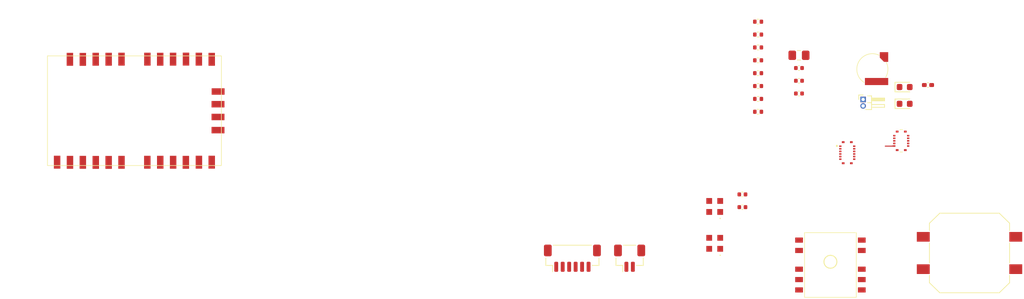
<source format=kicad_pcb>
(kicad_pcb (version 20240108) (generator "pcbnew") (generator_version "8.0")
  (layers (0 "F.Cu" signal) (31 "B.Cu" signal) (34 "B.Paste" user) (35 "F.Paste" user) (36 "B.SilkS" user "B.Silkscreen") (37 "F.SilkS" user "F.Silkscreen") (38 "B.Mask" user) (39 "F.Mask" user) (44 "Edge.Cuts" user))
  (net 0 "")
  (net 1 "GND")
  (net 2 "Net-(BT1-+)")
  (net 3 "+3.3V")
  (net 4 "Net-(Tarvos1-MODE_1)")
  (net 5 "Net-(D1-A)")
  (net 6 "Net-(D2-A)")
  (net 7 "swo")
  (net 8 "exti3{slash}pwmled")
  (net 9 "nrst")
  (net 10 "EXTI0")
  (net 11 "swdio")
  (net 12 "exti1")
  (net 13 "swclk")
  (net 14 "Net-(LED1-DOUT)")
  (net 20 "Net-(PA1010D1-TX)")
  (net 21 "Net-(PA1010D1-RX)")
  (net 23 "TX")
  (net 24 "Net-(Tarvos1-UTXD)")
  (net 25 "Net-(Tarvos1-URXD)")
  (net 26 "RX")
  (net 27 "Net-(Tarvos1-BOOT)")
  (net 28 "Net-(Tarvos1-TX_IND)")
  (net 29 "Net-(Tarvos1-RX_IND)")
  (net 30 "RX_GPS")
  (net 31 "TX_GPS")
  (footprint "Resistor_SMD:R_0402_1005Metric" (layer "F.Cu") (at 182.9475 69.265)
    (property "Reference" "R8" (hide yes))
    (property "Value" "470r" (hide yes))
    (fp_line (start -0.153641 -0.38) (end 0.153641 -0.38) (stroke (width 0.12)) (layer "F.SilkS"))
    (fp_line (start -0.153641 0.38) (end 0.153641 0.38) (stroke (width 0.12)) (layer "F.SilkS"))
    (pad "1" smd roundrect (at -0.51 0) (size 0.54 0.64) (layers "F.Cu" "F.Paste" "F.Mask") (net 31 "TX_GPS"))
    (pad "2" smd roundrect (at 0.51 0) (size 0.54 0.64) (layers "F.Cu" "F.Paste" "F.Mask") (net 20 "Net-(PA1010D1-TX)"))
  )
  (footprint "Capacitor_SMD:C_0402_1005Metric" (layer "F.Cu") (at 189.2675 66.44)
    (property "Reference" "C4" (hide yes))
    (property "Value" "1u" (hide yes))
    (fp_line (start -0.107836 -0.36) (end 0.107836 -0.36) (stroke (width 0.12)) (layer "F.SilkS"))
    (fp_line (start -0.107836 0.36) (end 0.107836 0.36) (stroke (width 0.12)) (layer "F.SilkS"))
    (pad "1" smd roundrect (at -0.48 0) (size 0.56 0.62) (layers "F.Cu" "F.Paste" "F.Mask") (net 3 "+3.3V"))
    (pad "2" smd roundrect (at 0.48 0) (size 0.56 0.62) (layers "F.Cu" "F.Paste" "F.Mask") (net 1 "GND"))
  )
  (footprint "5035521222:5035521222" (layer "F.Cu") (at 196.735 75.59 -90)
    (property "Reference" "J2" (hide yes))
    (property "Value" "503552-1222" (hide yes))
    (fp_line (start -1.1 1.6) (end -1.1 1.6) (stroke (width 0.2)) (layer "F.SilkS"))
    (fp_line (start -1.1 1.6) (end -1.1 1.6) (stroke (width 0.2)) (layer "F.SilkS"))
    (fp_line (start -1 1.6) (end -1 1.6) (stroke (width 0.2)) (layer "F.SilkS"))
    (fp_arc (start -1.1 1.6) (mid -1.05 1.55) (end -1 1.6) (stroke (width 0.2)) (layer "F.SilkS"))
    (fp_arc (start -1 1.6) (mid -1.05 1.65) (end -1.1 1.6) (stroke (width 0.2)) (layer "F.SilkS"))
    (fp_arc (start -1 1.6) (mid -1.05 1.65) (end -1.1 1.6) (stroke (width 0.2)) (layer "F.SilkS"))
    (pad "1" smd rect (at -1 1.075 270) (size 0.24 0.35) (layers "F.Cu" "F.Paste" "F.Mask") (net 31 "TX_GPS"))
    (pad "2" smd rect (at -1 -1.075 270) (size 0.24 0.35) (layers "F.Cu" "F.Paste" "F.Mask") (net 23 "TX"))
    (pad "3" smd rect (at -0.6 1.075 270) (size 0.24 0.35) (layers "F.Cu" "F.Paste" "F.Mask") (net 1 "GND"))
    (pad "4" smd rect (at -0.6 -1.075 270) (size 0.24 0.35) (layers "F.Cu" "F.Paste" "F.Mask") (net 1 "GND"))
    (pad "5" smd rect (at -0.2 1.075 270) (size 0.24 0.35) (layers "F.Cu" "F.Paste" "F.Mask") (net 30 "RX_GPS"))
    (pad "6" smd rect (at -0.2 -1.075 270) (size 0.24 0.35) (layers "F.Cu" "F.Paste" "F.Mask") (net 26 "RX"))
    (pad "7" smd rect (at 0.2 1.075 270) (size 0.24 0.35) (layers "F.Cu" "F.Paste" "F.Mask") (net 1 "GND"))
    (pad "8" smd rect (at 0.2 -1.075 270) (size 0.24 0.35) (layers "F.Cu" "F.Paste" "F.Mask") (net 1 "GND"))
    (pad "9" smd rect (at 0.6 1.075 270) (size 0.24 0.35) (layers "F.Cu" "F.Paste" "F.Mask") (net 3 "+3.3V"))
    (pad "10" smd rect (at 0.6 -1.075 270) (size 0.24 0.35) (layers "F.Cu" "F.Paste" "F.Mask") (net 3 "+3.3V"))
    (pad "11" smd rect (at 1 1.075 270) (size 0.24 0.35) (layers "F.Cu" "F.Paste" "F.Mask") (net 3 "+3.3V"))
    (pad "12" smd rect (at 1 -1.075 270) (size 0.24 0.35) (layers "F.Cu" "F.Paste" "F.Mask") (net 3 "+3.3V"))
    (pad "MP1" smd rect (at -1.63 0.63 270) (size 0.3 0.42) (layers "F.Cu" "F.Paste" "F.Mask") (net 1 "GND"))
    (pad "MP2" smd rect (at -1.63 -0.63 270) (size 0.3 0.42) (layers "F.Cu" "F.Paste" "F.Mask") (net 1 "GND"))
    (pad "MP3" smd rect (at 1.63 0.63 270) (size 0.3 0.42) (layers "F.Cu" "F.Paste" "F.Mask") (net 1 "GND"))
    (pad "MP4" smd rect (at 1.63 -0.63 270) (size 0.3 0.42) (layers "F.Cu" "F.Paste" "F.Mask") (net 1 "GND"))
  )
  (footprint "Capacitor_SMD:C_0402_1005Metric" (layer "F.Cu") (at 180.52 84.01)
    (property "Reference" "C7" (hide yes))
    (property "Value" "100n" (hide yes))
    (fp_line (start -0.107836 -0.36) (end 0.107836 -0.36) (stroke (width 0.12)) (layer "F.SilkS"))
    (fp_line (start -0.107836 0.36) (end 0.107836 0.36) (stroke (width 0.12)) (layer "F.SilkS"))
    (pad "1" smd roundrect (at -0.48 0) (size 0.56 0.62) (layers "F.Cu" "F.Paste" "F.Mask") (net 3 "+3.3V"))
    (pad "2" smd roundrect (at 0.48 0) (size 0.56 0.62) (layers "F.Cu" "F.Paste" "F.Mask") (net 1 "GND"))
  )
  (footprint "Capacitor_SMD:C_0402_1005Metric_Pad0.74x0.62mm_HandSolder" (layer "F.Cu") (at 209.2175 65.13)
    (property "Reference" "C5" (hide yes))
    (property "Value" "1u" (hide yes))
    (fp_line (start -0.115835 -0.36) (end 0.115835 -0.36) (stroke (width 0.12)) (layer "F.SilkS"))
    (fp_line (start -0.115835 0.36) (end 0.115835 0.36) (stroke (width 0.12)) (layer "F.SilkS"))
    (pad "1" smd roundrect (at -0.5675 0) (size 0.735 0.62) (layers "F.Cu" "F.Paste" "F.Mask") (net 2 "Net-(BT1-+)"))
    (pad "2" smd roundrect (at 0.5675 0) (size 0.735 0.62) (layers "F.Cu" "F.Paste" "F.Mask") (net 1 "GND"))
  )
  (footprint "Resistor_SMD:R_0402_1005Metric" (layer "F.Cu") (at 182.9475 63.295)
    (property "Reference" "R5" (hide yes))
    (property "Value" "220" (hide yes))
    (fp_line (start -0.153641 -0.38) (end 0.153641 -0.38) (stroke (width 0.12)) (layer "F.SilkS"))
    (fp_line (start -0.153641 0.38) (end 0.153641 0.38) (stroke (width 0.12)) (layer "F.SilkS"))
    (pad "1" smd roundrect (at -0.51 0) (size 0.54 0.64) (layers "F.Cu" "F.Paste" "F.Mask") (net 29 "Net-(Tarvos1-RX_IND)"))
    (pad "2" smd roundrect (at 0.51 0) (size 0.54 0.64) (layers "F.Cu" "F.Paste" "F.Mask") (net 6 "Net-(D2-A)"))
  )
  (footprint "Button_Switch_SMD:SW_Push_1P1T_NO_CK_PTS125Sx43PSMTR" (layer "F.Cu") (at 215.64 91.1)
    (property "Reference" "SW2" (hide yes))
    (property "Value" "SW_Push" (hide yes))
    (fp_line (start -6.2 -4.6) (end -4.6 -6.15) (stroke (width 0.12)) (layer "F.SilkS"))
    (fp_line (start -6.2 -3.45) (end -6.2 -4.6) (stroke (width 0.12)) (layer "F.SilkS"))
    (fp_line (start -6.2 -1.55) (end -6.2 1.55) (stroke (width 0.12)) (layer "F.SilkS"))
    (fp_line (start -6.2 3.45) (end -6.2 4.6) (stroke (width 0.12)) (layer "F.SilkS"))
    (fp_line (start -6.2 4.6) (end -4.6 6.15) (stroke (width 0.12)) (layer "F.SilkS"))
    (fp_line (start -4.6 -6.15) (end 4.6 -6.15) (stroke (width 0.12)) (layer "F.SilkS"))
    (fp_line (start -4.6 6.15) (end 4.6 6.15) (stroke (width 0.12)) (layer "F.SilkS"))
    (fp_line (start 4.6 -6.15) (end 6.2 -4.6) (stroke (width 0.12)) (layer "F.SilkS"))
    (fp_line (start 4.6 6.15) (end 6.2 4.6) (stroke (width 0.12)) (layer "F.SilkS"))
    (fp_line (start 6.2 -3.45) (end 6.2 -4.6) (stroke (width 0.12)) (layer "F.SilkS"))
    (fp_line (start 6.2 -1.55) (end 6.2 1.55) (stroke (width 0.12)) (layer "F.SilkS"))
    (fp_line (start 6.2 3.45) (end 6.2 4.6) (stroke (width 0.12)) (layer "F.SilkS"))
    (pad "" np_thru_hole circle (at 0 -4.5) (size 2 2) (drill 2) (layers "*.Cu" "*.Mask"))
    (pad "" np_thru_hole circle (at 0 4.5) (size 2 2) (drill 2) (layers "*.Cu" "*.Mask"))
    (pad "1" smd rect (at -7.15 -2.5) (size 2 1.5) (layers "F.Cu" "F.Paste" "F.Mask") (net 3 "+3.3V"))
    (pad "1" smd rect (at 7.15 -2.5) (size 2 1.5) (layers "F.Cu" "F.Paste" "F.Mask") (net 3 "+3.3V"))
    (pad "2" smd rect (at -7.15 2.5) (size 2 1.5) (layers "F.Cu" "F.Paste" "F.Mask") (net 10 "EXTI0"))
    (pad "2" smd rect (at 7.15 2.5) (size 2 1.5) (layers "F.Cu" "F.Paste" "F.Mask") (net 10 "EXTI0"))
  )
  (footprint "pa1010d:PA1010D" (layer "F.Cu") (at 189.13 97.96)
    (property "Reference" "PA1010D1" (hide yes))
    (property "Value" "~" (hide yes))
    (fp_rect (start 1 0) (end 9 -10) (stroke (width 0.1)) (fill none) (layer "F.SilkS"))
    (fp_circle (center 5 -5.5) (end 6 -5.5) (stroke (width 0.15)) (fill none) (layer "F.SilkS"))
    (pad "" np_thru_hole circle (at 5 -5.5) (size 1.6 1.6) (drill 1.6) (layers "F&B.Cu" "*.Mask"))
    (pad "1" smd rect (at 0.15 -8.85) (size 1.2 0.8) (layers "F.Cu" "F.Paste" "F.Mask"))
    (pad "2" smd rect (at 0.15 -7.25) (size 1.2 0.8) (layers "F.Cu" "F.Paste" "F.Mask"))
    (pad "3" smd rect (at 0.15 -4.35) (size 1.2 0.8) (layers "F.Cu" "F.Paste" "F.Mask"))
    (pad "4" smd rect (at 0.15 -2.75) (size 1.2 0.8) (layers "F.Cu" "F.Paste" "F.Mask") (net 20 "Net-(PA1010D1-TX)"))
    (pad "5" smd rect (at 0.15 -1.15) (size 1.2 0.8) (layers "F.Cu" "F.Paste" "F.Mask") (net 21 "Net-(PA1010D1-RX)"))
    (pad "6" smd rect (at 9.85 -1.15) (size 1.2 0.8) (layers "F.Cu" "F.Paste" "F.Mask"))
    (pad "7" smd rect (at 9.85 -2.75) (size 1.2 0.8) (layers "F.Cu" "F.Paste" "F.Mask") (net 1 "GND"))
    (pad "8" smd rect (at 9.85 -4.35) (size 1.2 0.8) (layers "F.Cu" "F.Paste" "F.Mask"))
    (pad "9" smd rect (at 9.85 -7.25) (size 1.2 0.8) (layers "F.Cu" "F.Paste" "F.Mask") (net 2 "Net-(BT1-+)"))
    (pad "10" smd rect (at 9.85 -8.85) (size 1.2 0.8) (layers "F.Cu" "F.Paste" "F.Mask") (net 3 "+3.3V"))
  )
  (footprint "5035521022:5035521022" (layer "F.Cu") (at 205.08 73.76 90)
    (property "Reference" "J1" (hide yes))
    (property "Value" "503552-1022" (hide yes))
    (fp_line (start 1.73 -0.2) (end 1.73 0.2) (stroke (width 0.1)) (layer "F.SilkS"))
    (fp_line (start -1.73 -0.2) (end -1.73 0.2) (stroke (width 0.1)) (layer "F.SilkS"))
    (pad "1" smd rect (at -0.8 -1.075 90) (size 0.24 0.35) (layers "F.Cu" "F.Paste" "F.Mask") (net 1 "GND"))
    (pad "2" smd rect (at -0.4 -1.075 90) (size 0.24 0.35) (layers "F.Cu" "F.Paste" "F.Mask") (net 9 "nrst"))
    (pad "3" smd rect (at 0 -1.075 90) (size 0.24 0.35) (layers "F.Cu" "F.Paste" "F.Mask") (net 11 "swdio"))
    (pad "4" smd rect (at 0.4 -1.075 90) (size 0.24 0.35) (layers "F.Cu" "F.Paste" "F.Mask") (net 13 "swclk"))
    (pad "5" smd rect (at 0.8 -1.075 90) (size 0.24 0.35) (layers "F.Cu" "F.Paste" "F.Mask") (net 7 "swo"))
    (pad "6" smd rect (at -0.8 1.075 90) (size 0.24 0.35) (layers "F.Cu" "F.Paste" "F.Mask") (net 12 "exti1"))
    (pad "7" smd rect (at -0.4 1.075 90) (size 0.24 0.35) (layers "F.Cu" "F.Paste" "F.Mask") (net 8 "exti3{slash}pwmled"))
    (pad "8" smd rect (at 0 1.075 90) (size 0.24 0.35) (layers "F.Cu" "F.Paste" "F.Mask") (net 1 "GND"))
    (pad "9" smd rect (at 0.4 1.075 90) (size 0.24 0.35) (layers "F.Cu" "F.Paste" "F.Mask") (net 3 "+3.3V"))
    (pad "10" smd rect (at 0.8 1.075 90) (size 0.24 0.35) (layers "F.Cu" "F.Paste" "F.Mask") (net 10 "EXTI0"))
    (pad "MP1" smd rect (at -1.43 -0.63 90) (size 0.3 0.42) (layers "F.Cu" "F.Paste" "F.Mask") (net 1 "GND"))
    (pad "MP2" smd rect (at 1.43 -0.63 90) (size 0.3 0.42) (layers "F.Cu" "F.Paste" "F.Mask") (net 1 "GND"))
    (pad "MP3" smd rect (at -1.43 0.63 90) (size 0.3 0.42) (layers "F.Cu" "F.Paste" "F.Mask") (net 1 "GND"))
    (pad "MP4" smd rect (at 1.43 0.63 90) (size 0.3 0.42) (layers "F.Cu" "F.Paste" "F.Mask") (net 1 "GND"))
  )
  (footprint "Capacitor_SMD:C_0805_2012Metric_Pad1.18x1.45mm_HandSolder" (layer "F.Cu") (at 189.2675 60.53)
    (property "Reference" "C1" (hide yes))
    (property "Value" "100u" (hide yes))
    (fp_line (start -0.261252 -0.735) (end 0.261252 -0.735) (stroke (width 0.12)) (layer "F.SilkS"))
    (fp_line (start -0.261252 0.735) (end 0.261252 0.735) (stroke (width 0.12)) (layer "F.SilkS"))
    (pad "1" smd roundrect (at -1.0375 0) (size 1.175 1.45) (layers "F.Cu" "F.Paste" "F.Mask") (roundrect_rratio 0.212766) (net 3 "+3.3V"))
    (pad "2" smd roundrect (at 1.0375 0) (size 1.175 1.45) (layers "F.Cu" "F.Paste" "F.Mask") (roundrect_rratio 0.212766) (net 1 "GND"))
  )
  (footprint "led adressable:5871024147F" (layer "F.Cu") (at 176.235 83.905)
    (property "Reference" "LED1" (hide yes))
    (property "Value" "587-1024-147F" (hide yes))
    (fp_line (start 0.85 1.8) (end 0.85 1.8) (stroke (width 0.1)) (layer "F.SilkS"))
    (fp_line (start 0.85 1.9) (end 0.85 1.9) (stroke (width 0.1)) (layer "F.SilkS"))
    (fp_arc (start 0.85 1.8) (mid 0.9 1.85) (end 0.85 1.9) (stroke (width 0.1)) (layer "F.SilkS"))
    (fp_arc (start 0.85 1.9) (mid 0.8 1.85) (end 0.85 1.8) (stroke (width 0.1)) (layer "F.SilkS"))
    (pad "1" smd rect (at 0.85 0.85 90) (size 0.9 0.9) (layers "F.Cu" "F.Paste" "F.Mask") (net 14 "Net-(LED1-DOUT)"))
    (pad "2" smd rect (at -0.85 0.85 90) (size 0.9 0.9) (layers "F.Cu" "F.Paste" "F.Mask") (net 3 "+3.3V"))
    (pad "3" smd rect (at -0.85 -0.85 90) (size 0.9 0.9) (layers "F.Cu" "F.Paste" "F.Mask") (net 8 "exti3{slash}pwmled"))
    (pad "4" smd rect (at 0.85 -0.85 90) (size 0.9 0.9) (layers "F.Cu" "F.Paste" "F.Mask") (net 1 "GND"))
  )
  (footprint "ms414:MS421R-IV03E" (layer "F.Cu") (at 199.515518 65.085)
    (property "Reference" "BT1" (hide yes))
    (property "Value" "ML414S" (hide yes))
    (fp_arc (start -0.17 -0.360001) (mid -1.000212 -3.567736) (end 2.162624 -4.555302) (stroke (width 0.1)) (layer "F.SilkS"))
    (fp_arc (start 3.257497 -3.453662) (mid 3.498431 -2.28808) (end 3.15 -1.15) (stroke (width 0.1)) (layer "F.SilkS"))
    (pad "1" smd roundrect (at 2.9 -4.29) (size 1.3 1.5) (layers "F.Cu" "F.Paste" "F.Mask") (roundrect_rratio 0) (chamfer_ratio 0.5) (chamfer bottom_left) (net 2 "Net-(BT1-+)"))
    (pad "2" smd rect (at 1.75 -0.5) (size 3.6 1.1) (layers "F.Cu" "F.Paste" "F.Mask") (net 1 "GND"))
  )
  (footprint "Resistor_SMD:R_0402_1005Metric" (layer "F.Cu") (at 182.9475 57.325)
    (property "Reference" "R2" (hide yes))
    (property "Value" "1k" (hide yes))
    (fp_line (start -0.153641 -0.38) (end 0.153641 -0.38) (stroke (width 0.12)) (layer "F.SilkS"))
    (fp_line (start -0.153641 0.38) (end 0.153641 0.38) (stroke (width 0.12)) (layer "F.SilkS"))
    (pad "1" smd roundrect (at -0.51 0) (size 0.54 0.64) (layers "F.Cu" "F.Paste" "F.Mask") (net 26 "RX"))
    (pad "2" smd roundrect (at 0.51 0) (size 0.54 0.64) (layers "F.Cu" "F.Paste" "F.Mask") (net 25 "Net-(Tarvos1-URXD)"))
  )
  (footprint "Resistor_SMD:R_0402_1005Metric" (layer "F.Cu") (at 182.9475 67.275)
    (property "Reference" "R7" (hide yes))
    (property "Value" "470R" (hide yes))
    (fp_line (start -0.153641 -0.38) (end 0.153641 -0.38) (stroke (width 0.12)) (layer "F.SilkS"))
    (fp_line (start -0.153641 0.38) (end 0.153641 0.38) (stroke (width 0.12)) (layer "F.SilkS"))
    (pad "1" smd roundrect (at -0.51 0) (size 0.54 0.64) (layers "F.Cu" "F.Paste" "F.Mask") (net 30 "RX_GPS"))
    (pad "2" smd roundrect (at 0.51 0) (size 0.54 0.64) (layers "F.Cu" "F.Paste" "F.Mask") (net 21 "Net-(PA1010D1-RX)"))
  )
  (footprint "LED_SMD:LED_0603_1608Metric" (layer "F.Cu") (at 205.6075 68.03)
    (property "Reference" "D2" (hide yes))
    (property "Value" "LED_Small" (hide yes))
    (fp_line (start -1.485 -0.735) (end -1.485 0.735) (stroke (width 0.12)) (layer "F.SilkS"))
    (fp_line (start -1.485 0.735) (end 0.8 0.735) (stroke (width 0.12)) (layer "F.SilkS"))
    (fp_line (start 0.8 -0.735) (end -1.485 -0.735) (stroke (width 0.12)) (layer "F.SilkS"))
    (pad "1" smd roundrect (at -0.7875 0) (size 0.875 0.95) (layers "F.Cu" "F.Paste" "F.Mask") (net 1 "GND"))
    (pad "2" smd roundrect (at 0.7875 0) (size 0.875 0.95) (layers "F.Cu" "F.Paste" "F.Mask") (net 6 "Net-(D2-A)"))
  )
  (footprint "Capacitor_SMD:C_0402_1005Metric" (layer "F.Cu") (at 180.52 82.04)
    (property "Reference" "C6" (hide yes))
    (property "Value" "100n" (hide yes))
    (fp_line (start -0.107836 -0.36) (end 0.107836 -0.36) (stroke (width 0.12)) (layer "F.SilkS"))
    (fp_line (start -0.107836 0.36) (end 0.107836 0.36) (stroke (width 0.12)) (layer "F.SilkS"))
    (pad "1" smd roundrect (at -0.48 0) (size 0.56 0.62) (layers "F.Cu" "F.Paste" "F.Mask") (net 3 "+3.3V"))
    (pad "2" smd roundrect (at 0.48 0) (size 0.56 0.62) (layers "F.Cu" "F.Paste" "F.Mask") (net 1 "GND"))
  )
  (footprint "LED_SMD:LED_0603_1608Metric" (layer "F.Cu") (at 205.6075 65.44)
    (property "Reference" "D1" (hide yes))
    (property "Value" "LED_Small" (hide yes))
    (fp_line (start -1.485 -0.735) (end -1.485 0.735) (stroke (width 0.12)) (layer "F.SilkS"))
    (fp_line (start -1.485 0.735) (end 0.8 0.735) (stroke (width 0.12)) (layer "F.SilkS"))
    (fp_line (start 0.8 -0.735) (end -1.485 -0.735) (stroke (width 0.12)) (layer "F.SilkS"))
    (pad "1" smd roundrect (at -0.7875 0) (size 0.875 0.95) (layers "F.Cu" "F.Paste" "F.Mask") (net 1 "GND"))
    (pad "2" smd roundrect (at 0.7875 0) (size 0.875 0.95) (layers "F.Cu" "F.Paste" "F.Mask") (net 5 "Net-(D1-A)"))
  )
  (footprint "Capacitor_SMD:C_0402_1005Metric" (layer "F.Cu") (at 189.2675 64.47)
    (property "Reference" "C3" (hide yes))
    (property "Value" "100n" (hide yes))
    (fp_line (start -0.107836 -0.36) (end 0.107836 -0.36) (stroke (width 0.12)) (layer "F.SilkS"))
    (fp_line (start -0.107836 0.36) (end 0.107836 0.36) (stroke (width 0.12)) (layer "F.SilkS"))
    (pad "1" smd roundrect (at -0.48 0) (size 0.56 0.62) (layers "F.Cu" "F.Paste" "F.Mask") (net 3 "+3.3V"))
    (pad "2" smd roundrect (at 0.48 0) (size 0.56 0.62) (layers "F.Cu" "F.Paste" "F.Mask") (net 1 "GND"))
  )
  (footprint "Resistor_SMD:R_0402_1005Metric" (layer "F.Cu") (at 182.9475 55.335)
    (property "Reference" "R1" (hide yes))
    (property "Value" "1k" (hide yes))
    (fp_line (start -0.153641 -0.38) (end 0.153641 -0.38) (stroke (width 0.12)) (layer "F.SilkS"))
    (fp_line (start -0.153641 0.38) (end 0.153641 0.38) (stroke (width 0.12)) (layer "F.SilkS"))
    (pad "1" smd roundrect (at -0.51 0) (size 0.54 0.64) (layers "F.Cu" "F.Paste" "F.Mask") (net 23 "TX"))
    (pad "2" smd roundrect (at 0.51 0) (size 0.54 0.64) (layers "F.Cu" "F.Paste" "F.Mask") (net 24 "Net-(Tarvos1-UTXD)"))
  )
  (footprint "Connector_JST:JST_SH_BM02B-SRSS-TB_1x02-1MP_P1.00mm_Vertical" (layer "F.Cu") (at 163.08 91.91)
    (property "Reference" "U2" (hide yes))
    (property "Value" "~" (hide yes))
    (fp_line (start -2.11 -0.04) (end -2.11 1.11) (stroke (width 0.12)) (layer "F.SilkS"))
    (fp_line (start -2.11 1.11) (end -1.06 1.11) (stroke (width 0.12)) (layer "F.SilkS"))
    (fp_line (start -1.06 1.11) (end -1.06 2.1) (stroke (width 0.12)) (layer "F.SilkS"))
    (fp_line (start -0.94 -2.01) (end 0.94 -2.01) (stroke (width 0.12)) (layer "F.SilkS"))
    (fp_line (start 2.11 -0.04) (end 2.11 1.11) (stroke (width 0.12)) (layer "F.SilkS"))
    (fp_line (start 2.11 1.11) (end 1.06 1.11) (stroke (width 0.12)) (layer "F.SilkS"))
    (pad "1" smd roundrect (at -0.5 1.325) (size 0.6 1.55) (layers "F.Cu" "F.Paste" "F.Mask"))
    (pad "2" smd roundrect (at 0.5 1.325) (size 0.6 1.55) (layers "F.Cu" "F.Paste" "F.Mask"))
    (pad "MP" smd roundrect (at -1.8 -1.2) (size 1.2 1.8) (layers "F.Cu" "F.Paste" "F.Mask") (roundrect_rratio 0.208333))
    (pad "MP" smd roundrect (at 1.8 -1.2) (size 1.2 1.8) (layers "F.Cu" "F.Paste" "F.Mask") (roundrect_rratio 0.208333))
  )
  (footprint "Connector_PinHeader_1.00mm:PinHeader_1x02_P1.00mm_Horizontal" (layer "F.Cu") (at 199.1875 67.36)
    (property "Reference" "SW1" (hide yes))
    (property "Value" "SW_Push" (hide yes))
    (fp_line (start -0.685 -0.685) (end 0 -0.685) (stroke (width 0.12)) (layer "F.SilkS"))
    (fp_line (start -0.685 0) (end -0.685 -0.685) (stroke (width 0.12)) (layer "F.SilkS"))
    (fp_line (start 0.685 -0.56) (end 1.31 -0.56) (stroke (width 0.12)) (layer "F.SilkS"))
    (fp_line (start 0.685 0.5) (end 1.31 0.5) (stroke (width 0.12)) (layer "F.SilkS"))
    (fp_line (start 1.31 -0.56) (end 1.31 1.56) (stroke (width 0.12)) (layer "F.SilkS"))
    (fp_line (start 1.31 -0.21) (end 3.31 -0.21) (stroke (width 0.12)) (layer "F.SilkS"))
    (fp_line (start 1.31 -0.15) (end 3.31 -0.15) (stroke (width 0.12)) (layer "F.SilkS"))
    (fp_line (start 1.31 -0.03) (end 3.31 -0.03) (stroke (width 0.12)) (layer "F.SilkS"))
    (fp_line (start 1.31 0.09) (end 3.31 0.09) (stroke (width 0.12)) (layer "F.SilkS"))
    (fp_line (start 1.31 0.79) (end 3.31 0.79) (stroke (width 0.12)) (layer "F.SilkS"))
    (fp_line (start 1.31 1.56) (end 0.394493 1.56) (stroke (width 0.12)) (layer "F.SilkS"))
    (fp_line (start 3.31 -0.21) (end 3.31 0.21) (stroke (width 0.12)) (layer "F.SilkS"))
    (fp_line (start 3.31 0.21) (end 1.31 0.21) (stroke (width 0.12)) (layer "F.SilkS"))
    (fp_line (start 3.31 0.79) (end 3.31 1.21) (stroke (width 0.12)) (layer "F.SilkS"))
    (fp_line (start 3.31 1.21) (end 1.31 1.21) (stroke (width 0.12)) (layer "F.SilkS"))
    (pad "1" thru_hole rect (at 0 0) (size 0.85 0.85) (drill 0.5) (layers "*.Cu" "*.Mask") (net 4 "Net-(Tarvos1-MODE_1)"))
    (pad "2" thru_hole oval (at 0 1) (size 0.85 0.85) (drill 0.5) (layers "*.Cu" "*.Mask") (net 3 "+3.3V"))
  )
  (footprint "Capacitor_SMD:C_0402_1005Metric" (layer "F.Cu") (at 189.2675 62.5)
    (property "Reference" "C2" (hide yes))
    (property "Value" "10n" (hide yes))
    (fp_line (start -0.107836 -0.36) (end 0.107836 -0.36) (stroke (width 0.12)) (layer "F.SilkS"))
    (fp_line (start -0.107836 0.36) (end 0.107836 0.36) (stroke (width 0.12)) (layer "F.SilkS"))
    (pad "1" smd roundrect (at -0.48 0) (size 0.56 0.62) (layers "F.Cu" "F.Paste" "F.Mask") (net 4 "Net-(Tarvos1-MODE_1)"))
    (pad "2" smd roundrect (at 0.48 0) (size 0.56 0.62) (layers "F.Cu" "F.Paste" "F.Mask") (net 1 "GND"))
  )
  (footprint "Resistor_SMD:R_0402_1005Metric" (layer "F.Cu") (at 182.9475 65.285)
    (property "Reference" "R6" (hide yes))
    (property "Value" "10k" (hide yes))
    (fp_line (start -0.153641 -0.38) (end 0.153641 -0.38) (stroke (width 0.12)) (layer "F.SilkS"))
    (fp_line (start -0.153641 0.38) (end 0.153641 0.38) (stroke (width 0.12)) (layer "F.SilkS"))
    (pad "1" smd roundrect (at -0.51 0) (size 0.54 0.64) (layers "F.Cu" "F.Paste" "F.Mask") (net 1 "GND"))
    (pad "2" smd roundrect (at 0.51 0) (size 0.54 0.64) (layers "F.Cu" "F.Paste" "F.Mask") (net 4 "Net-(Tarvos1-MODE_1)"))
  )
  (footprint "led adressable:5871024147F" (layer "F.Cu") (at 176.235 89.605)
    (property "Reference" "LED2" (hide yes))
    (property "Value" "587-1024-147F" (hide yes))
    (fp_line (start 0.85 1.8) (end 0.85 1.8) (stroke (width 0.1)) (layer "F.SilkS"))
    (fp_line (start 0.85 1.9) (end 0.85 1.9) (stroke (width 0.1)) (layer "F.SilkS"))
    (fp_arc (start 0.85 1.8) (mid 0.9 1.85) (end 0.85 1.9) (stroke (width 0.1)) (layer "F.SilkS"))
    (fp_arc (start 0.85 1.9) (mid 0.8 1.85) (end 0.85 1.8) (stroke (width 0.1)) (layer "F.SilkS"))
    (pad "1" smd rect (at 0.85 0.85 90) (size 0.9 0.9) (layers "F.Cu" "F.Paste" "F.Mask"))
    (pad "2" smd rect (at -0.85 0.85 90) (size 0.9 0.9) (layers "F.Cu" "F.Paste" "F.Mask") (net 3 "+3.3V"))
    (pad "3" smd rect (at -0.85 -0.85 90) (size 0.9 0.9) (layers "F.Cu" "F.Paste" "F.Mask") (net 14 "Net-(LED1-DOUT)"))
    (pad "4" smd rect (at 0.85 -0.85 90) (size 0.9 0.9) (layers "F.Cu" "F.Paste" "F.Mask") (net 1 "GND"))
  )
  (footprint "tarvosiii:Tarvos III" (layer "F.Cu") (at 90.37 52.23)
    (property "Reference" "Tarvos1" (hide yes))
    (property "Value" "~" (hide yes))
    (fp_rect (start -17.31 8.39) (end 9.58 25.35) (stroke (width 0.1)) (fill none) (layer "F.SilkS"))
    (pad "1" smd rect (at -15.82 24.83) (size 1 2) (layers "F.Cu" "F.Paste" "F.Mask"))
    (pad "2" smd rect (at -13.83 24.85) (size 1 2) (layers "F.Cu" "F.Paste" "F.Mask") (net 1 "GND"))
    (pad "3" smd rect (at -11.84 24.85) (size 1 2) (layers "F.Cu" "F.Paste" "F.Mask") (net 3 "+3.3V"))
    (pad "4" smd rect (at -9.84 24.86) (size 1 2) (layers "F.Cu" "F.Paste" "F.Mask") (net 24 "Net-(Tarvos1-UTXD)"))
    (pad "5" smd rect (at -7.85 24.86) (size 1 2) (layers "F.Cu" "F.Paste" "F.Mask") (net 25 "Net-(Tarvos1-URXD)"))
    (pad "6" smd rect (at -5.86 24.85) (size 1 2) (layers "F.Cu" "F.Paste" "F.Mask"))
    (pad "7" smd rect (at -1.87 24.84) (size 1 2) (layers "F.Cu" "F.Paste" "F.Mask"))
    (pad "8" smd rect (at 0.13 24.84) (size 1 2) (layers "F.Cu" "F.Paste" "F.Mask"))
    (pad "9" smd rect (at 2.12 24.84) (size 1 2) (layers "F.Cu" "F.Paste" "F.Mask"))
    (pad "10" smd rect (at 4.09 24.85) (size 1 2) (layers "F.Cu" "F.Paste" "F.Mask"))
    (pad "11" smd rect (at 6.11 24.83) (size 1 2) (layers "F.Cu" "F.Paste" "F.Mask"))
    (pad "12" smd rect (at 8.09 24.83) (size 1 2) (layers "F.Cu" "F.Paste" "F.Mask") (net 27 "Net-(Tarvos1-BOOT)"))
    (pad "13" smd rect (at 8.09 8.92) (size 1 2) (layers "F.Cu" "F.Paste" "F.Mask"))
    (pad "14" smd rect (at 6.1 8.9) (size 1 2) (layers "F.Cu" "F.Paste" "F.Mask") (net 1 "GND"))
    (pad "15" smd rect (at 4.11 8.89) (size 1 2) (layers "F.Cu" "F.Paste" "F.Mask") (net 4 "Net-(Tarvos1-MODE_1)"))
    (pad "16" smd rect (at 2.11 8.9) (size 1 2) (layers "F.Cu" "F.Paste" "F.Mask"))
    (pad "17" smd rect (at 0.12 8.91) (size 1 2) (layers "F.Cu" "F.Paste" "F.Mask"))
    (pad "18" smd rect (at -1.86 8.9) (size 1 2) (layers "F.Cu" "F.Paste" "F.Mask"))
    (pad "19" smd rect (at -5.86 8.9) (size 1 2) (layers "F.Cu" "F.Paste" "F.Mask"))
    (pad "20" smd rect (at -7.85 8.91) (size 1 2) (layers "F.Cu" "F.Paste" "F.Mask") (net 29 "Net-(Tarvos1-RX_IND)"))
    (pad "21" smd rect (at -9.85 8.91) (size 1 2) (layers "F.Cu" "F.Paste" "F.Mask") (net 28 "Net-(Tarvos1-TX_IND)"))
    (pad "22" smd rect (at -11.84 8.93) (size 1 2) (layers "F.Cu" "F.Paste" "F.Mask"))
    (pad "23" smd rect (at -13.84 8.92) (size 1 2) (layers "F.Cu" "F.Paste" "F.Mask") (net 1 "GND"))
    (pad "i1" smd rect (at 9.06 19.87 90) (size 1 2) (layers "F.Cu" "F.Paste" "F.Mask"))
    (pad "i2" smd rect (at 9.06 17.84 90) (size 1 2) (layers "F.Cu" "F.Paste" "F.Mask"))
    (pad "i3" smd rect (at 9.06 15.86 90) (size 1 2) (layers "F.Cu" "F.Paste" "F.Mask"))
    (pad "i4" smd rect (at 9.08 13.9 90) (size 1 2) (layers "F.Cu" "F.Paste" "F.Mask"))
  )
  (footprint "Resistor_SMD:R_0402_1005Metric" (layer "F.Cu") (at 182.9475 61.305)
    (property "Reference" "R4" (hide yes))
    (property "Value" "220" (hide yes))
    (fp_line (start -0.153641 -0.38) (end 0.153641 -0.38) (stroke (width 0.12)) (layer "F.SilkS"))
    (fp_line (start -0.153641 0.38) (end 0.153641 0.38) (stroke (width 0.12)) (layer "F.SilkS"))
    (pad "1" smd roundrect (at -0.51 0) (size 0.54 0.64) (layers "F.Cu" "F.Paste" "F.Mask") (net 28 "Net-(Tarvos1-TX_IND)"))
    (pad "2" smd roundrect (at 0.51 0) (size 0.54 0.64) (layers "F.Cu" "F.Paste" "F.Mask") (net 5 "Net-(D1-A)"))
  )
  (footprint "Resistor_SMD:R_0402_1005Metric" (layer "F.Cu") (at 182.9475 59.315)
    (property "Reference" "R3" (hide yes))
    (property "Value" "220" (hide yes))
    (fp_line (start -0.153641 -0.38) (end 0.153641 -0.38) (stroke (width 0.12)) (layer "F.SilkS"))
    (fp_line (start -0.153641 0.38) (end 0.153641 0.38) (stroke (width 0.12)) (layer "F.SilkS"))
    (pad "1" smd roundrect (at -0.51 0) (size 0.54 0.64) (layers "F.Cu" "F.Paste" "F.Mask") (net 1 "GND"))
    (pad "2" smd roundrect (at 0.51 0) (size 0.54 0.64) (layers "F.Cu" "F.Paste" "F.Mask") (net 27 "Net-(Tarvos1-BOOT)"))
  )
  (footprint "Connector_JST:JST_SH_BM06B-SRSS-TB_1x06-1MP_P1.00mm_Vertical" (layer "F.Cu") (at 154.23 91.91)
    (property "Reference" "U1" (hide yes))
    (property "Value" "~" (hide yes))
    (fp_line (start -4.11 -0.04) (end -4.11 1.11) (stroke (width 0.12)) (layer "F.SilkS"))
    (fp_line (start -4.11 1.11) (end -3.06 1.11) (stroke (width 0.12)) (layer "F.SilkS"))
    (fp_line (start -3.06 1.11) (end -3.06 2.1) (stroke (width 0.12)) (layer "F.SilkS"))
    (fp_line (start -2.94 -2.01) (end 2.94 -2.01) (stroke (width 0.12)) (layer "F.SilkS"))
    (fp_line (start 4.11 -0.04) (end 4.11 1.11) (stroke (width 0.12)) (layer "F.SilkS"))
    (fp_line (start 4.11 1.11) (end 3.06 1.11) (stroke (width 0.12)) (layer "F.SilkS"))
    (pad "1" smd roundrect (at -2.5 1.325) (size 0.6 1.55) (layers "F.Cu" "F.Paste" "F.Mask"))
    (pad "2" smd roundrect (at -1.5 1.325) (size 0.6 1.55) (layers "F.Cu" "F.Paste" "F.Mask"))
    (pad "3" smd roundrect (at -0.5 1.325) (size 0.6 1.55) (layers "F.Cu" "F.Paste" "F.Mask"))
    (pad "4" smd roundrect (at 0.5 1.325) (size 0.6 1.55) (layers "F.Cu" "F.Paste" "F.Mask"))
    (pad "5" smd roundrect (at 1.5 1.325) (size 0.6 1.55) (layers "F.Cu" "F.Paste" "F.Mask"))
    (pad "6" smd roundrect (at 2.5 1.325) (size 0.6 1.55) (layers "F.Cu" "F.Paste" "F.Mask"))
    (pad "MP" smd roundrect (at -3.8 -1.2) (size 1.2 1.8) (layers "F.Cu" "F.Paste" "F.Mask") (roundrect_rratio 0.208333))
    (pad "MP" smd roundrect (at 3.8 -1.2) (size 1.2 1.8) (layers "F.Cu" "F.Paste" "F.Mask") (roundrect_rratio 0.208333))
  )
  (segment (start 203.72 74.58) (end 203.74 74.56) (width 0.15) (layer "F.Cu") (net 1))
  (segment (start 202.61 74.58) (end 203.72 74.58) (width 0.15) (layer "F.Cu") (net 1))
  (segment (start 203.74 74.56) (end 204.005 74.56) (width 0.15) (layer "F.Cu") (net 1))
)
</source>
